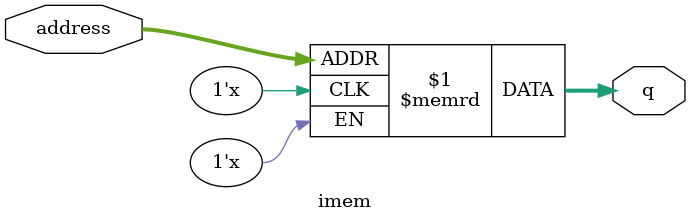
<source format=v>
`timescale 1ns / 1ps
module imem(
    input [7:0] address,
	 output [15:0] q
    );
	 reg [15:0]ram[255:0];
	 assign q = ram[address];
endmodule

</source>
